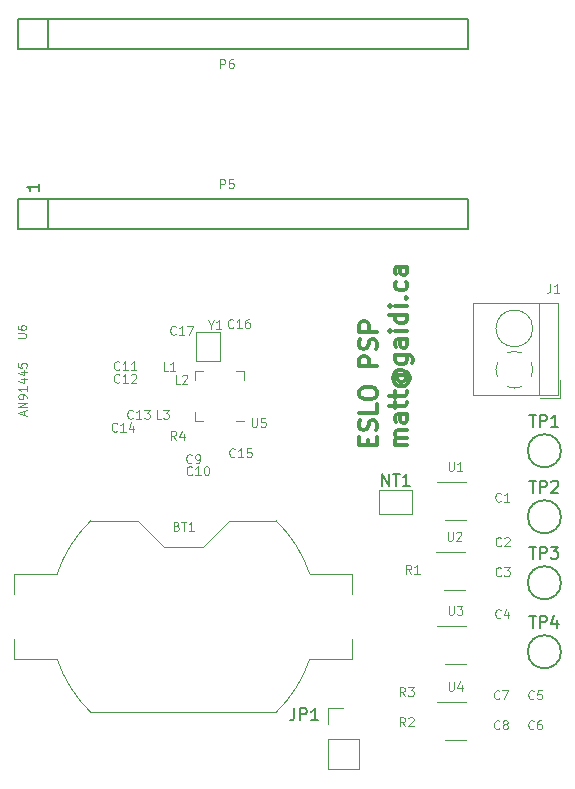
<source format=gbr>
G04 #@! TF.GenerationSoftware,KiCad,Pcbnew,(5.1.5-0-10_14)*
G04 #@! TF.CreationDate,2020-08-20T12:56:15-04:00*
G04 #@! TF.ProjectId,ESLO_PSP,45534c4f-5f50-4535-902e-6b696361645f,rev?*
G04 #@! TF.SameCoordinates,Original*
G04 #@! TF.FileFunction,Legend,Top*
G04 #@! TF.FilePolarity,Positive*
%FSLAX46Y46*%
G04 Gerber Fmt 4.6, Leading zero omitted, Abs format (unit mm)*
G04 Created by KiCad (PCBNEW (5.1.5-0-10_14)) date 2020-08-20 12:56:15*
%MOMM*%
%LPD*%
G04 APERTURE LIST*
%ADD10C,0.300000*%
%ADD11C,0.150000*%
%ADD12C,0.120000*%
%ADD13C,0.070000*%
%ADD14C,0.100000*%
G04 APERTURE END LIST*
D10*
X144566257Y-78035457D02*
X144566257Y-77535457D01*
X145351971Y-77321171D02*
X145351971Y-78035457D01*
X143851971Y-78035457D01*
X143851971Y-77321171D01*
X145280542Y-76749742D02*
X145351971Y-76535457D01*
X145351971Y-76178314D01*
X145280542Y-76035457D01*
X145209114Y-75964028D01*
X145066257Y-75892600D01*
X144923400Y-75892600D01*
X144780542Y-75964028D01*
X144709114Y-76035457D01*
X144637685Y-76178314D01*
X144566257Y-76464028D01*
X144494828Y-76606885D01*
X144423400Y-76678314D01*
X144280542Y-76749742D01*
X144137685Y-76749742D01*
X143994828Y-76678314D01*
X143923400Y-76606885D01*
X143851971Y-76464028D01*
X143851971Y-76106885D01*
X143923400Y-75892600D01*
X145351971Y-74535457D02*
X145351971Y-75249742D01*
X143851971Y-75249742D01*
X143851971Y-73749742D02*
X143851971Y-73464028D01*
X143923400Y-73321171D01*
X144066257Y-73178314D01*
X144351971Y-73106885D01*
X144851971Y-73106885D01*
X145137685Y-73178314D01*
X145280542Y-73321171D01*
X145351971Y-73464028D01*
X145351971Y-73749742D01*
X145280542Y-73892600D01*
X145137685Y-74035457D01*
X144851971Y-74106885D01*
X144351971Y-74106885D01*
X144066257Y-74035457D01*
X143923400Y-73892600D01*
X143851971Y-73749742D01*
X145351971Y-71321171D02*
X143851971Y-71321171D01*
X143851971Y-70749742D01*
X143923400Y-70606885D01*
X143994828Y-70535457D01*
X144137685Y-70464028D01*
X144351971Y-70464028D01*
X144494828Y-70535457D01*
X144566257Y-70606885D01*
X144637685Y-70749742D01*
X144637685Y-71321171D01*
X145280542Y-69892600D02*
X145351971Y-69678314D01*
X145351971Y-69321171D01*
X145280542Y-69178314D01*
X145209114Y-69106885D01*
X145066257Y-69035457D01*
X144923400Y-69035457D01*
X144780542Y-69106885D01*
X144709114Y-69178314D01*
X144637685Y-69321171D01*
X144566257Y-69606885D01*
X144494828Y-69749742D01*
X144423400Y-69821171D01*
X144280542Y-69892600D01*
X144137685Y-69892600D01*
X143994828Y-69821171D01*
X143923400Y-69749742D01*
X143851971Y-69606885D01*
X143851971Y-69249742D01*
X143923400Y-69035457D01*
X145351971Y-68392600D02*
X143851971Y-68392600D01*
X143851971Y-67821171D01*
X143923400Y-67678314D01*
X143994828Y-67606885D01*
X144137685Y-67535457D01*
X144351971Y-67535457D01*
X144494828Y-67606885D01*
X144566257Y-67678314D01*
X144637685Y-67821171D01*
X144637685Y-68392600D01*
X147901971Y-78035457D02*
X146901971Y-78035457D01*
X147044828Y-78035457D02*
X146973400Y-77964028D01*
X146901971Y-77821171D01*
X146901971Y-77606885D01*
X146973400Y-77464028D01*
X147116257Y-77392600D01*
X147901971Y-77392600D01*
X147116257Y-77392600D02*
X146973400Y-77321171D01*
X146901971Y-77178314D01*
X146901971Y-76964028D01*
X146973400Y-76821171D01*
X147116257Y-76749742D01*
X147901971Y-76749742D01*
X147901971Y-75392600D02*
X147116257Y-75392600D01*
X146973400Y-75464028D01*
X146901971Y-75606885D01*
X146901971Y-75892600D01*
X146973400Y-76035457D01*
X147830542Y-75392600D02*
X147901971Y-75535457D01*
X147901971Y-75892600D01*
X147830542Y-76035457D01*
X147687685Y-76106885D01*
X147544828Y-76106885D01*
X147401971Y-76035457D01*
X147330542Y-75892600D01*
X147330542Y-75535457D01*
X147259114Y-75392600D01*
X146901971Y-74892600D02*
X146901971Y-74321171D01*
X146401971Y-74678314D02*
X147687685Y-74678314D01*
X147830542Y-74606885D01*
X147901971Y-74464028D01*
X147901971Y-74321171D01*
X146901971Y-74035457D02*
X146901971Y-73464028D01*
X146401971Y-73821171D02*
X147687685Y-73821171D01*
X147830542Y-73749742D01*
X147901971Y-73606885D01*
X147901971Y-73464028D01*
X147187685Y-72035457D02*
X147116257Y-72106885D01*
X147044828Y-72249742D01*
X147044828Y-72392600D01*
X147116257Y-72535457D01*
X147187685Y-72606885D01*
X147330542Y-72678314D01*
X147473400Y-72678314D01*
X147616257Y-72606885D01*
X147687685Y-72535457D01*
X147759114Y-72392600D01*
X147759114Y-72249742D01*
X147687685Y-72106885D01*
X147616257Y-72035457D01*
X147044828Y-72035457D02*
X147616257Y-72035457D01*
X147687685Y-71964028D01*
X147687685Y-71892600D01*
X147616257Y-71749742D01*
X147473400Y-71678314D01*
X147116257Y-71678314D01*
X146901971Y-71821171D01*
X146759114Y-72035457D01*
X146687685Y-72321171D01*
X146759114Y-72606885D01*
X146901971Y-72821171D01*
X147116257Y-72964028D01*
X147401971Y-73035457D01*
X147687685Y-72964028D01*
X147901971Y-72821171D01*
X148044828Y-72606885D01*
X148116257Y-72321171D01*
X148044828Y-72035457D01*
X147901971Y-71821171D01*
X146901971Y-70392600D02*
X148116257Y-70392600D01*
X148259114Y-70464028D01*
X148330542Y-70535457D01*
X148401971Y-70678314D01*
X148401971Y-70892600D01*
X148330542Y-71035457D01*
X147830542Y-70392600D02*
X147901971Y-70535457D01*
X147901971Y-70821171D01*
X147830542Y-70964028D01*
X147759114Y-71035457D01*
X147616257Y-71106885D01*
X147187685Y-71106885D01*
X147044828Y-71035457D01*
X146973400Y-70964028D01*
X146901971Y-70821171D01*
X146901971Y-70535457D01*
X146973400Y-70392600D01*
X147901971Y-69035457D02*
X147116257Y-69035457D01*
X146973400Y-69106885D01*
X146901971Y-69249742D01*
X146901971Y-69535457D01*
X146973400Y-69678314D01*
X147830542Y-69035457D02*
X147901971Y-69178314D01*
X147901971Y-69535457D01*
X147830542Y-69678314D01*
X147687685Y-69749742D01*
X147544828Y-69749742D01*
X147401971Y-69678314D01*
X147330542Y-69535457D01*
X147330542Y-69178314D01*
X147259114Y-69035457D01*
X147901971Y-68321171D02*
X146901971Y-68321171D01*
X146401971Y-68321171D02*
X146473400Y-68392600D01*
X146544828Y-68321171D01*
X146473400Y-68249742D01*
X146401971Y-68321171D01*
X146544828Y-68321171D01*
X147901971Y-66964028D02*
X146401971Y-66964028D01*
X147830542Y-66964028D02*
X147901971Y-67106885D01*
X147901971Y-67392600D01*
X147830542Y-67535457D01*
X147759114Y-67606885D01*
X147616257Y-67678314D01*
X147187685Y-67678314D01*
X147044828Y-67606885D01*
X146973400Y-67535457D01*
X146901971Y-67392600D01*
X146901971Y-67106885D01*
X146973400Y-66964028D01*
X147901971Y-66249742D02*
X146901971Y-66249742D01*
X146401971Y-66249742D02*
X146473400Y-66321171D01*
X146544828Y-66249742D01*
X146473400Y-66178314D01*
X146401971Y-66249742D01*
X146544828Y-66249742D01*
X147759114Y-65535457D02*
X147830542Y-65464028D01*
X147901971Y-65535457D01*
X147830542Y-65606885D01*
X147759114Y-65535457D01*
X147901971Y-65535457D01*
X147830542Y-64178314D02*
X147901971Y-64321171D01*
X147901971Y-64606885D01*
X147830542Y-64749742D01*
X147759114Y-64821171D01*
X147616257Y-64892600D01*
X147187685Y-64892600D01*
X147044828Y-64821171D01*
X146973400Y-64749742D01*
X146901971Y-64606885D01*
X146901971Y-64321171D01*
X146973400Y-64178314D01*
X147901971Y-62892600D02*
X147116257Y-62892600D01*
X146973400Y-62964028D01*
X146901971Y-63106885D01*
X146901971Y-63392600D01*
X146973400Y-63535457D01*
X147830542Y-62892600D02*
X147901971Y-63035457D01*
X147901971Y-63392600D01*
X147830542Y-63535457D01*
X147687685Y-63606885D01*
X147544828Y-63606885D01*
X147401971Y-63535457D01*
X147330542Y-63392600D01*
X147330542Y-63035457D01*
X147259114Y-62892600D01*
D11*
X116699380Y-55882285D02*
X116699380Y-56453714D01*
X116699380Y-56168000D02*
X115699380Y-56168000D01*
X115842238Y-56263238D01*
X115937476Y-56358476D01*
X115985095Y-56453714D01*
X160912000Y-95504000D02*
G75*
G03X160912000Y-95504000I-1400000J0D01*
G01*
X160912000Y-89662000D02*
G75*
G03X160912000Y-89662000I-1400000J0D01*
G01*
X160912000Y-84074000D02*
G75*
G03X160912000Y-84074000I-1400000J0D01*
G01*
X160912000Y-78486000D02*
G75*
G03X160912000Y-78486000I-1400000J0D01*
G01*
D12*
X141164000Y-100270000D02*
X142494000Y-100270000D01*
X141164000Y-101600000D02*
X141164000Y-100270000D01*
X141164000Y-102870000D02*
X143824000Y-102870000D01*
X143824000Y-102870000D02*
X143824000Y-105470000D01*
X141164000Y-102870000D02*
X141164000Y-105470000D01*
X141164000Y-105470000D02*
X143824000Y-105470000D01*
X145524000Y-81804000D02*
X148324000Y-81804000D01*
X148324000Y-81804000D02*
X148324000Y-83804000D01*
X148324000Y-83804000D02*
X145524000Y-83804000D01*
X145524000Y-83804000D02*
X145524000Y-81804000D01*
X132042500Y-70844500D02*
X132042500Y-70844500D01*
X129992500Y-70844500D02*
X132042500Y-70844500D01*
X129992500Y-68394500D02*
X129992500Y-70844500D01*
X132042500Y-68394500D02*
X129992500Y-68394500D01*
X132042500Y-70844500D02*
X132042500Y-68394500D01*
X133401500Y-75960500D02*
X134126500Y-75960500D01*
X129906500Y-71740500D02*
X129906500Y-72465500D01*
X130631500Y-71740500D02*
X129906500Y-71740500D01*
X134126500Y-71740500D02*
X134126500Y-72465500D01*
X133401500Y-71740500D02*
X134126500Y-71740500D01*
X129906500Y-75960500D02*
X129906500Y-75235500D01*
X130631500Y-75960500D02*
X129906500Y-75960500D01*
X152876000Y-93320000D02*
X150426000Y-93320000D01*
X151076000Y-96540000D02*
X152876000Y-96540000D01*
X152876000Y-81128000D02*
X150426000Y-81128000D01*
X151076000Y-84348000D02*
X152876000Y-84348000D01*
X152876000Y-99736000D02*
X150426000Y-99736000D01*
X151076000Y-102956000D02*
X152876000Y-102956000D01*
X152792000Y-87036000D02*
X150342000Y-87036000D01*
X150992000Y-90256000D02*
X152792000Y-90256000D01*
X160872000Y-74028000D02*
X160872000Y-72528000D01*
X159132000Y-74028000D02*
X160872000Y-74028000D01*
X153512000Y-65968000D02*
X160632000Y-65968000D01*
X153512000Y-73788000D02*
X160632000Y-73788000D01*
X160632000Y-73788000D02*
X160632000Y-65968000D01*
X153512000Y-73788000D02*
X153512000Y-65968000D01*
X159072000Y-73788000D02*
X159072000Y-65968000D01*
X158527000Y-68128000D02*
G75*
G03X158527000Y-68128000I-1555000J0D01*
G01*
X158527492Y-71600989D02*
G75*
G02X158404000Y-72236000I-1555492J-27011D01*
G01*
X157579742Y-73060109D02*
G75*
G02X156364000Y-73060000I-607742J1432109D01*
G01*
X155539891Y-72235742D02*
G75*
G02X155540000Y-71020000I1432109J607742D01*
G01*
X156364258Y-70195891D02*
G75*
G02X157580000Y-70196000I607742J-1432109D01*
G01*
X158403385Y-71020413D02*
G75*
G02X158527000Y-71628000I-1431385J-607587D01*
G01*
X143267000Y-96129500D02*
X139649000Y-96129500D01*
X143267000Y-94419500D02*
X143267000Y-96129500D01*
X136804300Y-100629500D02*
X121109700Y-100629500D01*
X114647000Y-94419500D02*
X114647000Y-96129500D01*
X118265000Y-96129500D02*
X114647000Y-96129500D01*
X114647000Y-88909500D02*
X118265000Y-88909500D01*
X114647000Y-90619500D02*
X114647000Y-88909500D01*
X121109700Y-84409500D02*
X125097000Y-84409500D01*
X127297000Y-86609500D02*
X125097000Y-84409500D01*
X127297000Y-86609500D02*
X130617000Y-86609500D01*
X130617000Y-86609500D02*
X132817000Y-84409500D01*
X132817000Y-84409500D02*
X136804300Y-84409500D01*
X139649000Y-88909500D02*
X143267000Y-88909500D01*
X143267000Y-90619500D02*
X143267000Y-88909500D01*
X136802370Y-100631289D02*
G75*
G03X139649000Y-96129500I-7845370J8111789D01*
G01*
X121111630Y-84407711D02*
G75*
G03X118265000Y-88909500I7845370J-8111789D01*
G01*
X121111630Y-100631289D02*
G75*
G02X118265000Y-96129500I7845370J8111789D01*
G01*
X136802370Y-84407711D02*
G75*
G02X139649000Y-88909500I-7845370J-8111789D01*
G01*
D11*
X117517000Y-57184000D02*
X114977000Y-57184000D01*
X114977000Y-57184000D02*
X114977000Y-59724000D01*
X114977000Y-59724000D02*
X117517000Y-59724000D01*
X117517000Y-57184000D02*
X153077000Y-57184000D01*
X153077000Y-57184000D02*
X153077000Y-59724000D01*
X153077000Y-59724000D02*
X117517000Y-59724000D01*
X117517000Y-59724000D02*
X117517000Y-57184000D01*
X117517000Y-41944000D02*
X114977000Y-41944000D01*
X114977000Y-41944000D02*
X114977000Y-44484000D01*
X114977000Y-44484000D02*
X117517000Y-44484000D01*
X117517000Y-41944000D02*
X153077000Y-41944000D01*
X153077000Y-41944000D02*
X153077000Y-44484000D01*
X153077000Y-44484000D02*
X117517000Y-44484000D01*
X117517000Y-44484000D02*
X117517000Y-41944000D01*
X158250095Y-92456380D02*
X158821523Y-92456380D01*
X158535809Y-93456380D02*
X158535809Y-92456380D01*
X159154857Y-93456380D02*
X159154857Y-92456380D01*
X159535809Y-92456380D01*
X159631047Y-92504000D01*
X159678666Y-92551619D01*
X159726285Y-92646857D01*
X159726285Y-92789714D01*
X159678666Y-92884952D01*
X159631047Y-92932571D01*
X159535809Y-92980190D01*
X159154857Y-92980190D01*
X160583428Y-92789714D02*
X160583428Y-93456380D01*
X160345333Y-92408761D02*
X160107238Y-93123047D01*
X160726285Y-93123047D01*
X158250095Y-86614380D02*
X158821523Y-86614380D01*
X158535809Y-87614380D02*
X158535809Y-86614380D01*
X159154857Y-87614380D02*
X159154857Y-86614380D01*
X159535809Y-86614380D01*
X159631047Y-86662000D01*
X159678666Y-86709619D01*
X159726285Y-86804857D01*
X159726285Y-86947714D01*
X159678666Y-87042952D01*
X159631047Y-87090571D01*
X159535809Y-87138190D01*
X159154857Y-87138190D01*
X160059619Y-86614380D02*
X160678666Y-86614380D01*
X160345333Y-86995333D01*
X160488190Y-86995333D01*
X160583428Y-87042952D01*
X160631047Y-87090571D01*
X160678666Y-87185809D01*
X160678666Y-87423904D01*
X160631047Y-87519142D01*
X160583428Y-87566761D01*
X160488190Y-87614380D01*
X160202476Y-87614380D01*
X160107238Y-87566761D01*
X160059619Y-87519142D01*
X158250095Y-81026380D02*
X158821523Y-81026380D01*
X158535809Y-82026380D02*
X158535809Y-81026380D01*
X159154857Y-82026380D02*
X159154857Y-81026380D01*
X159535809Y-81026380D01*
X159631047Y-81074000D01*
X159678666Y-81121619D01*
X159726285Y-81216857D01*
X159726285Y-81359714D01*
X159678666Y-81454952D01*
X159631047Y-81502571D01*
X159535809Y-81550190D01*
X159154857Y-81550190D01*
X160107238Y-81121619D02*
X160154857Y-81074000D01*
X160250095Y-81026380D01*
X160488190Y-81026380D01*
X160583428Y-81074000D01*
X160631047Y-81121619D01*
X160678666Y-81216857D01*
X160678666Y-81312095D01*
X160631047Y-81454952D01*
X160059619Y-82026380D01*
X160678666Y-82026380D01*
X158250095Y-75438380D02*
X158821523Y-75438380D01*
X158535809Y-76438380D02*
X158535809Y-75438380D01*
X159154857Y-76438380D02*
X159154857Y-75438380D01*
X159535809Y-75438380D01*
X159631047Y-75486000D01*
X159678666Y-75533619D01*
X159726285Y-75628857D01*
X159726285Y-75771714D01*
X159678666Y-75866952D01*
X159631047Y-75914571D01*
X159535809Y-75962190D01*
X159154857Y-75962190D01*
X160678666Y-76438380D02*
X160107238Y-76438380D01*
X160392952Y-76438380D02*
X160392952Y-75438380D01*
X160297714Y-75581238D01*
X160202476Y-75676476D01*
X160107238Y-75724095D01*
X138358666Y-100290380D02*
X138358666Y-101004666D01*
X138311047Y-101147523D01*
X138215809Y-101242761D01*
X138072952Y-101290380D01*
X137977714Y-101290380D01*
X138834857Y-101290380D02*
X138834857Y-100290380D01*
X139215809Y-100290380D01*
X139311047Y-100338000D01*
X139358666Y-100385619D01*
X139406285Y-100480857D01*
X139406285Y-100623714D01*
X139358666Y-100718952D01*
X139311047Y-100766571D01*
X139215809Y-100814190D01*
X138834857Y-100814190D01*
X140358666Y-101290380D02*
X139787238Y-101290380D01*
X140072952Y-101290380D02*
X140072952Y-100290380D01*
X139977714Y-100433238D01*
X139882476Y-100528476D01*
X139787238Y-100576095D01*
D13*
X114922666Y-68949933D02*
X115489333Y-68949933D01*
X115556000Y-68916600D01*
X115589333Y-68883266D01*
X115622666Y-68816600D01*
X115622666Y-68683266D01*
X115589333Y-68616600D01*
X115556000Y-68583266D01*
X115489333Y-68549933D01*
X114922666Y-68549933D01*
X114922666Y-67916600D02*
X114922666Y-68049933D01*
X114956000Y-68116600D01*
X114989333Y-68149933D01*
X115089333Y-68216600D01*
X115222666Y-68249933D01*
X115489333Y-68249933D01*
X115556000Y-68216600D01*
X115589333Y-68183266D01*
X115622666Y-68116600D01*
X115622666Y-67983266D01*
X115589333Y-67916600D01*
X115556000Y-67883266D01*
X115489333Y-67849933D01*
X115322666Y-67849933D01*
X115256000Y-67883266D01*
X115222666Y-67916600D01*
X115189333Y-67983266D01*
X115189333Y-68116600D01*
X115222666Y-68183266D01*
X115256000Y-68216600D01*
X115322666Y-68249933D01*
X115472666Y-75441600D02*
X115472666Y-75108266D01*
X115672666Y-75508266D02*
X114972666Y-75274933D01*
X115672666Y-75041600D01*
X115672666Y-74808266D02*
X114972666Y-74808266D01*
X115672666Y-74408266D01*
X114972666Y-74408266D01*
X115672666Y-74041600D02*
X115672666Y-73908266D01*
X115639333Y-73841600D01*
X115606000Y-73808266D01*
X115506000Y-73741600D01*
X115372666Y-73708266D01*
X115106000Y-73708266D01*
X115039333Y-73741600D01*
X115006000Y-73774933D01*
X114972666Y-73841600D01*
X114972666Y-73974933D01*
X115006000Y-74041600D01*
X115039333Y-74074933D01*
X115106000Y-74108266D01*
X115272666Y-74108266D01*
X115339333Y-74074933D01*
X115372666Y-74041600D01*
X115406000Y-73974933D01*
X115406000Y-73841600D01*
X115372666Y-73774933D01*
X115339333Y-73741600D01*
X115272666Y-73708266D01*
X115672666Y-73041600D02*
X115672666Y-73441600D01*
X115672666Y-73241600D02*
X114972666Y-73241600D01*
X115072666Y-73308266D01*
X115139333Y-73374933D01*
X115172666Y-73441600D01*
X115206000Y-72441600D02*
X115672666Y-72441600D01*
X114939333Y-72608266D02*
X115439333Y-72774933D01*
X115439333Y-72341600D01*
X115206000Y-71774933D02*
X115672666Y-71774933D01*
X114939333Y-71941600D02*
X115439333Y-72108266D01*
X115439333Y-71674933D01*
X114972666Y-71074933D02*
X114972666Y-71408266D01*
X115306000Y-71441600D01*
X115272666Y-71408266D01*
X115239333Y-71341600D01*
X115239333Y-71174933D01*
X115272666Y-71108266D01*
X115306000Y-71074933D01*
X115372666Y-71041600D01*
X115539333Y-71041600D01*
X115606000Y-71074933D01*
X115639333Y-71108266D01*
X115672666Y-71174933D01*
X115672666Y-71341600D01*
X115639333Y-71408266D01*
X115606000Y-71441600D01*
D11*
X145781142Y-81456380D02*
X145781142Y-80456380D01*
X146352571Y-81456380D01*
X146352571Y-80456380D01*
X146685904Y-80456380D02*
X147257333Y-80456380D01*
X146971619Y-81456380D02*
X146971619Y-80456380D01*
X148114476Y-81456380D02*
X147543047Y-81456380D01*
X147828761Y-81456380D02*
X147828761Y-80456380D01*
X147733523Y-80599238D01*
X147638285Y-80694476D01*
X147543047Y-80742095D01*
D14*
X155704000Y-99454857D02*
X155668285Y-99490571D01*
X155561142Y-99526285D01*
X155489714Y-99526285D01*
X155382571Y-99490571D01*
X155311142Y-99419142D01*
X155275428Y-99347714D01*
X155239714Y-99204857D01*
X155239714Y-99097714D01*
X155275428Y-98954857D01*
X155311142Y-98883428D01*
X155382571Y-98812000D01*
X155489714Y-98776285D01*
X155561142Y-98776285D01*
X155668285Y-98812000D01*
X155704000Y-98847714D01*
X155954000Y-98776285D02*
X156454000Y-98776285D01*
X156132571Y-99526285D01*
X131278357Y-67800142D02*
X131278357Y-68157285D01*
X131028357Y-67407285D02*
X131278357Y-67800142D01*
X131528357Y-67407285D01*
X132171214Y-68157285D02*
X131742642Y-68157285D01*
X131956928Y-68157285D02*
X131956928Y-67407285D01*
X131885500Y-67514428D01*
X131814071Y-67585857D01*
X131742642Y-67621571D01*
X134747071Y-75725785D02*
X134747071Y-76332928D01*
X134782785Y-76404357D01*
X134818500Y-76440071D01*
X134889928Y-76475785D01*
X135032785Y-76475785D01*
X135104214Y-76440071D01*
X135139928Y-76404357D01*
X135175642Y-76332928D01*
X135175642Y-75725785D01*
X135889928Y-75725785D02*
X135532785Y-75725785D01*
X135497071Y-76082928D01*
X135532785Y-76047214D01*
X135604214Y-76011500D01*
X135782785Y-76011500D01*
X135854214Y-76047214D01*
X135889928Y-76082928D01*
X135925642Y-76154357D01*
X135925642Y-76332928D01*
X135889928Y-76404357D01*
X135854214Y-76440071D01*
X135782785Y-76475785D01*
X135604214Y-76475785D01*
X135532785Y-76440071D01*
X135497071Y-76404357D01*
X151404571Y-91619285D02*
X151404571Y-92226428D01*
X151440285Y-92297857D01*
X151476000Y-92333571D01*
X151547428Y-92369285D01*
X151690285Y-92369285D01*
X151761714Y-92333571D01*
X151797428Y-92297857D01*
X151833142Y-92226428D01*
X151833142Y-91619285D01*
X152118857Y-91619285D02*
X152583142Y-91619285D01*
X152333142Y-91905000D01*
X152440285Y-91905000D01*
X152511714Y-91940714D01*
X152547428Y-91976428D01*
X152583142Y-92047857D01*
X152583142Y-92226428D01*
X152547428Y-92297857D01*
X152511714Y-92333571D01*
X152440285Y-92369285D01*
X152226000Y-92369285D01*
X152154571Y-92333571D01*
X152118857Y-92297857D01*
X151404571Y-79427285D02*
X151404571Y-80034428D01*
X151440285Y-80105857D01*
X151476000Y-80141571D01*
X151547428Y-80177285D01*
X151690285Y-80177285D01*
X151761714Y-80141571D01*
X151797428Y-80105857D01*
X151833142Y-80034428D01*
X151833142Y-79427285D01*
X152583142Y-80177285D02*
X152154571Y-80177285D01*
X152368857Y-80177285D02*
X152368857Y-79427285D01*
X152297428Y-79534428D01*
X152226000Y-79605857D01*
X152154571Y-79641571D01*
X128335500Y-77555285D02*
X128085500Y-77198142D01*
X127906928Y-77555285D02*
X127906928Y-76805285D01*
X128192642Y-76805285D01*
X128264071Y-76841000D01*
X128299785Y-76876714D01*
X128335500Y-76948142D01*
X128335500Y-77055285D01*
X128299785Y-77126714D01*
X128264071Y-77162428D01*
X128192642Y-77198142D01*
X127906928Y-77198142D01*
X128978357Y-77055285D02*
X128978357Y-77555285D01*
X128799785Y-76769571D02*
X128621214Y-77305285D01*
X129085500Y-77305285D01*
X127065500Y-75777285D02*
X126708357Y-75777285D01*
X126708357Y-75027285D01*
X127244071Y-75027285D02*
X127708357Y-75027285D01*
X127458357Y-75313000D01*
X127565500Y-75313000D01*
X127636928Y-75348714D01*
X127672642Y-75384428D01*
X127708357Y-75455857D01*
X127708357Y-75634428D01*
X127672642Y-75705857D01*
X127636928Y-75741571D01*
X127565500Y-75777285D01*
X127351214Y-75777285D01*
X127279785Y-75741571D01*
X127244071Y-75705857D01*
X128653000Y-72792785D02*
X128295857Y-72792785D01*
X128295857Y-72042785D01*
X128867285Y-72114214D02*
X128903000Y-72078500D01*
X128974428Y-72042785D01*
X129153000Y-72042785D01*
X129224428Y-72078500D01*
X129260142Y-72114214D01*
X129295857Y-72185642D01*
X129295857Y-72257071D01*
X129260142Y-72364214D01*
X128831571Y-72792785D01*
X129295857Y-72792785D01*
X127637000Y-71713285D02*
X127279857Y-71713285D01*
X127279857Y-70963285D01*
X128279857Y-71713285D02*
X127851285Y-71713285D01*
X128065571Y-71713285D02*
X128065571Y-70963285D01*
X127994142Y-71070428D01*
X127922714Y-71141857D01*
X127851285Y-71177571D01*
X128295857Y-68593857D02*
X128260142Y-68629571D01*
X128153000Y-68665285D01*
X128081571Y-68665285D01*
X127974428Y-68629571D01*
X127903000Y-68558142D01*
X127867285Y-68486714D01*
X127831571Y-68343857D01*
X127831571Y-68236714D01*
X127867285Y-68093857D01*
X127903000Y-68022428D01*
X127974428Y-67951000D01*
X128081571Y-67915285D01*
X128153000Y-67915285D01*
X128260142Y-67951000D01*
X128295857Y-67986714D01*
X129010142Y-68665285D02*
X128581571Y-68665285D01*
X128795857Y-68665285D02*
X128795857Y-67915285D01*
X128724428Y-68022428D01*
X128653000Y-68093857D01*
X128581571Y-68129571D01*
X129260142Y-67915285D02*
X129760142Y-67915285D01*
X129438714Y-68665285D01*
X133172657Y-68014457D02*
X133136942Y-68050171D01*
X133029800Y-68085885D01*
X132958371Y-68085885D01*
X132851228Y-68050171D01*
X132779800Y-67978742D01*
X132744085Y-67907314D01*
X132708371Y-67764457D01*
X132708371Y-67657314D01*
X132744085Y-67514457D01*
X132779800Y-67443028D01*
X132851228Y-67371600D01*
X132958371Y-67335885D01*
X133029800Y-67335885D01*
X133136942Y-67371600D01*
X133172657Y-67407314D01*
X133886942Y-68085885D02*
X133458371Y-68085885D01*
X133672657Y-68085885D02*
X133672657Y-67335885D01*
X133601228Y-67443028D01*
X133529800Y-67514457D01*
X133458371Y-67550171D01*
X134529800Y-67335885D02*
X134386942Y-67335885D01*
X134315514Y-67371600D01*
X134279800Y-67407314D01*
X134208371Y-67514457D01*
X134172657Y-67657314D01*
X134172657Y-67943028D01*
X134208371Y-68014457D01*
X134244085Y-68050171D01*
X134315514Y-68085885D01*
X134458371Y-68085885D01*
X134529800Y-68050171D01*
X134565514Y-68014457D01*
X134601228Y-67943028D01*
X134601228Y-67764457D01*
X134565514Y-67693028D01*
X134529800Y-67657314D01*
X134458371Y-67621600D01*
X134315514Y-67621600D01*
X134244085Y-67657314D01*
X134208371Y-67693028D01*
X134172657Y-67764457D01*
X133299657Y-78957057D02*
X133263942Y-78992771D01*
X133156800Y-79028485D01*
X133085371Y-79028485D01*
X132978228Y-78992771D01*
X132906800Y-78921342D01*
X132871085Y-78849914D01*
X132835371Y-78707057D01*
X132835371Y-78599914D01*
X132871085Y-78457057D01*
X132906800Y-78385628D01*
X132978228Y-78314200D01*
X133085371Y-78278485D01*
X133156800Y-78278485D01*
X133263942Y-78314200D01*
X133299657Y-78349914D01*
X134013942Y-79028485D02*
X133585371Y-79028485D01*
X133799657Y-79028485D02*
X133799657Y-78278485D01*
X133728228Y-78385628D01*
X133656800Y-78457057D01*
X133585371Y-78492771D01*
X134692514Y-78278485D02*
X134335371Y-78278485D01*
X134299657Y-78635628D01*
X134335371Y-78599914D01*
X134406800Y-78564200D01*
X134585371Y-78564200D01*
X134656800Y-78599914D01*
X134692514Y-78635628D01*
X134728228Y-78707057D01*
X134728228Y-78885628D01*
X134692514Y-78957057D01*
X134656800Y-78992771D01*
X134585371Y-79028485D01*
X134406800Y-79028485D01*
X134335371Y-78992771D01*
X134299657Y-78957057D01*
X123342857Y-76785357D02*
X123307142Y-76821071D01*
X123200000Y-76856785D01*
X123128571Y-76856785D01*
X123021428Y-76821071D01*
X122950000Y-76749642D01*
X122914285Y-76678214D01*
X122878571Y-76535357D01*
X122878571Y-76428214D01*
X122914285Y-76285357D01*
X122950000Y-76213928D01*
X123021428Y-76142500D01*
X123128571Y-76106785D01*
X123200000Y-76106785D01*
X123307142Y-76142500D01*
X123342857Y-76178214D01*
X124057142Y-76856785D02*
X123628571Y-76856785D01*
X123842857Y-76856785D02*
X123842857Y-76106785D01*
X123771428Y-76213928D01*
X123700000Y-76285357D01*
X123628571Y-76321071D01*
X124700000Y-76356785D02*
X124700000Y-76856785D01*
X124521428Y-76071071D02*
X124342857Y-76606785D01*
X124807142Y-76606785D01*
X124676357Y-75705857D02*
X124640642Y-75741571D01*
X124533500Y-75777285D01*
X124462071Y-75777285D01*
X124354928Y-75741571D01*
X124283500Y-75670142D01*
X124247785Y-75598714D01*
X124212071Y-75455857D01*
X124212071Y-75348714D01*
X124247785Y-75205857D01*
X124283500Y-75134428D01*
X124354928Y-75063000D01*
X124462071Y-75027285D01*
X124533500Y-75027285D01*
X124640642Y-75063000D01*
X124676357Y-75098714D01*
X125390642Y-75777285D02*
X124962071Y-75777285D01*
X125176357Y-75777285D02*
X125176357Y-75027285D01*
X125104928Y-75134428D01*
X125033500Y-75205857D01*
X124962071Y-75241571D01*
X125640642Y-75027285D02*
X126104928Y-75027285D01*
X125854928Y-75313000D01*
X125962071Y-75313000D01*
X126033500Y-75348714D01*
X126069214Y-75384428D01*
X126104928Y-75455857D01*
X126104928Y-75634428D01*
X126069214Y-75705857D01*
X126033500Y-75741571D01*
X125962071Y-75777285D01*
X125747785Y-75777285D01*
X125676357Y-75741571D01*
X125640642Y-75705857D01*
X123533357Y-72657857D02*
X123497642Y-72693571D01*
X123390500Y-72729285D01*
X123319071Y-72729285D01*
X123211928Y-72693571D01*
X123140500Y-72622142D01*
X123104785Y-72550714D01*
X123069071Y-72407857D01*
X123069071Y-72300714D01*
X123104785Y-72157857D01*
X123140500Y-72086428D01*
X123211928Y-72015000D01*
X123319071Y-71979285D01*
X123390500Y-71979285D01*
X123497642Y-72015000D01*
X123533357Y-72050714D01*
X124247642Y-72729285D02*
X123819071Y-72729285D01*
X124033357Y-72729285D02*
X124033357Y-71979285D01*
X123961928Y-72086428D01*
X123890500Y-72157857D01*
X123819071Y-72193571D01*
X124533357Y-72050714D02*
X124569071Y-72015000D01*
X124640500Y-71979285D01*
X124819071Y-71979285D01*
X124890500Y-72015000D01*
X124926214Y-72050714D01*
X124961928Y-72122142D01*
X124961928Y-72193571D01*
X124926214Y-72300714D01*
X124497642Y-72729285D01*
X124961928Y-72729285D01*
X123533357Y-71578357D02*
X123497642Y-71614071D01*
X123390500Y-71649785D01*
X123319071Y-71649785D01*
X123211928Y-71614071D01*
X123140500Y-71542642D01*
X123104785Y-71471214D01*
X123069071Y-71328357D01*
X123069071Y-71221214D01*
X123104785Y-71078357D01*
X123140500Y-71006928D01*
X123211928Y-70935500D01*
X123319071Y-70899785D01*
X123390500Y-70899785D01*
X123497642Y-70935500D01*
X123533357Y-70971214D01*
X124247642Y-71649785D02*
X123819071Y-71649785D01*
X124033357Y-71649785D02*
X124033357Y-70899785D01*
X123961928Y-71006928D01*
X123890500Y-71078357D01*
X123819071Y-71114071D01*
X124961928Y-71649785D02*
X124533357Y-71649785D01*
X124747642Y-71649785D02*
X124747642Y-70899785D01*
X124676214Y-71006928D01*
X124604785Y-71078357D01*
X124533357Y-71114071D01*
X129692857Y-80468357D02*
X129657142Y-80504071D01*
X129550000Y-80539785D01*
X129478571Y-80539785D01*
X129371428Y-80504071D01*
X129300000Y-80432642D01*
X129264285Y-80361214D01*
X129228571Y-80218357D01*
X129228571Y-80111214D01*
X129264285Y-79968357D01*
X129300000Y-79896928D01*
X129371428Y-79825500D01*
X129478571Y-79789785D01*
X129550000Y-79789785D01*
X129657142Y-79825500D01*
X129692857Y-79861214D01*
X130407142Y-80539785D02*
X129978571Y-80539785D01*
X130192857Y-80539785D02*
X130192857Y-79789785D01*
X130121428Y-79896928D01*
X130050000Y-79968357D01*
X129978571Y-80004071D01*
X130871428Y-79789785D02*
X130942857Y-79789785D01*
X131014285Y-79825500D01*
X131050000Y-79861214D01*
X131085714Y-79932642D01*
X131121428Y-80075500D01*
X131121428Y-80254071D01*
X131085714Y-80396928D01*
X131050000Y-80468357D01*
X131014285Y-80504071D01*
X130942857Y-80539785D01*
X130871428Y-80539785D01*
X130800000Y-80504071D01*
X130764285Y-80468357D01*
X130728571Y-80396928D01*
X130692857Y-80254071D01*
X130692857Y-80075500D01*
X130728571Y-79932642D01*
X130764285Y-79861214D01*
X130800000Y-79825500D01*
X130871428Y-79789785D01*
X129669000Y-79452357D02*
X129633285Y-79488071D01*
X129526142Y-79523785D01*
X129454714Y-79523785D01*
X129347571Y-79488071D01*
X129276142Y-79416642D01*
X129240428Y-79345214D01*
X129204714Y-79202357D01*
X129204714Y-79095214D01*
X129240428Y-78952357D01*
X129276142Y-78880928D01*
X129347571Y-78809500D01*
X129454714Y-78773785D01*
X129526142Y-78773785D01*
X129633285Y-78809500D01*
X129669000Y-78845214D01*
X130026142Y-79523785D02*
X130169000Y-79523785D01*
X130240428Y-79488071D01*
X130276142Y-79452357D01*
X130347571Y-79345214D01*
X130383285Y-79202357D01*
X130383285Y-78916642D01*
X130347571Y-78845214D01*
X130311857Y-78809500D01*
X130240428Y-78773785D01*
X130097571Y-78773785D01*
X130026142Y-78809500D01*
X129990428Y-78845214D01*
X129954714Y-78916642D01*
X129954714Y-79095214D01*
X129990428Y-79166642D01*
X130026142Y-79202357D01*
X130097571Y-79238071D01*
X130240428Y-79238071D01*
X130311857Y-79202357D01*
X130347571Y-79166642D01*
X130383285Y-79095214D01*
X151404571Y-98035285D02*
X151404571Y-98642428D01*
X151440285Y-98713857D01*
X151476000Y-98749571D01*
X151547428Y-98785285D01*
X151690285Y-98785285D01*
X151761714Y-98749571D01*
X151797428Y-98713857D01*
X151833142Y-98642428D01*
X151833142Y-98035285D01*
X152511714Y-98285285D02*
X152511714Y-98785285D01*
X152333142Y-97999571D02*
X152154571Y-98535285D01*
X152618857Y-98535285D01*
X151320571Y-85335285D02*
X151320571Y-85942428D01*
X151356285Y-86013857D01*
X151392000Y-86049571D01*
X151463428Y-86085285D01*
X151606285Y-86085285D01*
X151677714Y-86049571D01*
X151713428Y-86013857D01*
X151749142Y-85942428D01*
X151749142Y-85335285D01*
X152070571Y-85406714D02*
X152106285Y-85371000D01*
X152177714Y-85335285D01*
X152356285Y-85335285D01*
X152427714Y-85371000D01*
X152463428Y-85406714D01*
X152499142Y-85478142D01*
X152499142Y-85549571D01*
X152463428Y-85656714D01*
X152034857Y-86085285D01*
X152499142Y-86085285D01*
X147726000Y-99245285D02*
X147476000Y-98888142D01*
X147297428Y-99245285D02*
X147297428Y-98495285D01*
X147583142Y-98495285D01*
X147654571Y-98531000D01*
X147690285Y-98566714D01*
X147726000Y-98638142D01*
X147726000Y-98745285D01*
X147690285Y-98816714D01*
X147654571Y-98852428D01*
X147583142Y-98888142D01*
X147297428Y-98888142D01*
X147976000Y-98495285D02*
X148440285Y-98495285D01*
X148190285Y-98781000D01*
X148297428Y-98781000D01*
X148368857Y-98816714D01*
X148404571Y-98852428D01*
X148440285Y-98923857D01*
X148440285Y-99102428D01*
X148404571Y-99173857D01*
X148368857Y-99209571D01*
X148297428Y-99245285D01*
X148083142Y-99245285D01*
X148011714Y-99209571D01*
X147976000Y-99173857D01*
X147726000Y-101812285D02*
X147476000Y-101455142D01*
X147297428Y-101812285D02*
X147297428Y-101062285D01*
X147583142Y-101062285D01*
X147654571Y-101098000D01*
X147690285Y-101133714D01*
X147726000Y-101205142D01*
X147726000Y-101312285D01*
X147690285Y-101383714D01*
X147654571Y-101419428D01*
X147583142Y-101455142D01*
X147297428Y-101455142D01*
X148011714Y-101133714D02*
X148047428Y-101098000D01*
X148118857Y-101062285D01*
X148297428Y-101062285D01*
X148368857Y-101098000D01*
X148404571Y-101133714D01*
X148440285Y-101205142D01*
X148440285Y-101276571D01*
X148404571Y-101383714D01*
X147976000Y-101812285D01*
X148440285Y-101812285D01*
X148234000Y-88885285D02*
X147984000Y-88528142D01*
X147805428Y-88885285D02*
X147805428Y-88135285D01*
X148091142Y-88135285D01*
X148162571Y-88171000D01*
X148198285Y-88206714D01*
X148234000Y-88278142D01*
X148234000Y-88385285D01*
X148198285Y-88456714D01*
X148162571Y-88492428D01*
X148091142Y-88528142D01*
X147805428Y-88528142D01*
X148948285Y-88885285D02*
X148519714Y-88885285D01*
X148734000Y-88885285D02*
X148734000Y-88135285D01*
X148662571Y-88242428D01*
X148591142Y-88313857D01*
X148519714Y-88349571D01*
X160024000Y-64359285D02*
X160024000Y-64895000D01*
X159988285Y-65002142D01*
X159916857Y-65073571D01*
X159809714Y-65109285D01*
X159738285Y-65109285D01*
X160774000Y-65109285D02*
X160345428Y-65109285D01*
X160559714Y-65109285D02*
X160559714Y-64359285D01*
X160488285Y-64466428D01*
X160416857Y-64537857D01*
X160345428Y-64573571D01*
X155704000Y-101994857D02*
X155668285Y-102030571D01*
X155561142Y-102066285D01*
X155489714Y-102066285D01*
X155382571Y-102030571D01*
X155311142Y-101959142D01*
X155275428Y-101887714D01*
X155239714Y-101744857D01*
X155239714Y-101637714D01*
X155275428Y-101494857D01*
X155311142Y-101423428D01*
X155382571Y-101352000D01*
X155489714Y-101316285D01*
X155561142Y-101316285D01*
X155668285Y-101352000D01*
X155704000Y-101387714D01*
X156132571Y-101637714D02*
X156061142Y-101602000D01*
X156025428Y-101566285D01*
X155989714Y-101494857D01*
X155989714Y-101459142D01*
X156025428Y-101387714D01*
X156061142Y-101352000D01*
X156132571Y-101316285D01*
X156275428Y-101316285D01*
X156346857Y-101352000D01*
X156382571Y-101387714D01*
X156418285Y-101459142D01*
X156418285Y-101494857D01*
X156382571Y-101566285D01*
X156346857Y-101602000D01*
X156275428Y-101637714D01*
X156132571Y-101637714D01*
X156061142Y-101673428D01*
X156025428Y-101709142D01*
X155989714Y-101780571D01*
X155989714Y-101923428D01*
X156025428Y-101994857D01*
X156061142Y-102030571D01*
X156132571Y-102066285D01*
X156275428Y-102066285D01*
X156346857Y-102030571D01*
X156382571Y-101994857D01*
X156418285Y-101923428D01*
X156418285Y-101780571D01*
X156382571Y-101709142D01*
X156346857Y-101673428D01*
X156275428Y-101637714D01*
X158602000Y-101994857D02*
X158566285Y-102030571D01*
X158459142Y-102066285D01*
X158387714Y-102066285D01*
X158280571Y-102030571D01*
X158209142Y-101959142D01*
X158173428Y-101887714D01*
X158137714Y-101744857D01*
X158137714Y-101637714D01*
X158173428Y-101494857D01*
X158209142Y-101423428D01*
X158280571Y-101352000D01*
X158387714Y-101316285D01*
X158459142Y-101316285D01*
X158566285Y-101352000D01*
X158602000Y-101387714D01*
X159244857Y-101316285D02*
X159102000Y-101316285D01*
X159030571Y-101352000D01*
X158994857Y-101387714D01*
X158923428Y-101494857D01*
X158887714Y-101637714D01*
X158887714Y-101923428D01*
X158923428Y-101994857D01*
X158959142Y-102030571D01*
X159030571Y-102066285D01*
X159173428Y-102066285D01*
X159244857Y-102030571D01*
X159280571Y-101994857D01*
X159316285Y-101923428D01*
X159316285Y-101744857D01*
X159280571Y-101673428D01*
X159244857Y-101637714D01*
X159173428Y-101602000D01*
X159030571Y-101602000D01*
X158959142Y-101637714D01*
X158923428Y-101673428D01*
X158887714Y-101744857D01*
X158625000Y-99454857D02*
X158589285Y-99490571D01*
X158482142Y-99526285D01*
X158410714Y-99526285D01*
X158303571Y-99490571D01*
X158232142Y-99419142D01*
X158196428Y-99347714D01*
X158160714Y-99204857D01*
X158160714Y-99097714D01*
X158196428Y-98954857D01*
X158232142Y-98883428D01*
X158303571Y-98812000D01*
X158410714Y-98776285D01*
X158482142Y-98776285D01*
X158589285Y-98812000D01*
X158625000Y-98847714D01*
X159303571Y-98776285D02*
X158946428Y-98776285D01*
X158910714Y-99133428D01*
X158946428Y-99097714D01*
X159017857Y-99062000D01*
X159196428Y-99062000D01*
X159267857Y-99097714D01*
X159303571Y-99133428D01*
X159339285Y-99204857D01*
X159339285Y-99383428D01*
X159303571Y-99454857D01*
X159267857Y-99490571D01*
X159196428Y-99526285D01*
X159017857Y-99526285D01*
X158946428Y-99490571D01*
X158910714Y-99454857D01*
X155808000Y-92569857D02*
X155772285Y-92605571D01*
X155665142Y-92641285D01*
X155593714Y-92641285D01*
X155486571Y-92605571D01*
X155415142Y-92534142D01*
X155379428Y-92462714D01*
X155343714Y-92319857D01*
X155343714Y-92212714D01*
X155379428Y-92069857D01*
X155415142Y-91998428D01*
X155486571Y-91927000D01*
X155593714Y-91891285D01*
X155665142Y-91891285D01*
X155772285Y-91927000D01*
X155808000Y-91962714D01*
X156450857Y-92141285D02*
X156450857Y-92641285D01*
X156272285Y-91855571D02*
X156093714Y-92391285D01*
X156558000Y-92391285D01*
X155854000Y-89013857D02*
X155818285Y-89049571D01*
X155711142Y-89085285D01*
X155639714Y-89085285D01*
X155532571Y-89049571D01*
X155461142Y-88978142D01*
X155425428Y-88906714D01*
X155389714Y-88763857D01*
X155389714Y-88656714D01*
X155425428Y-88513857D01*
X155461142Y-88442428D01*
X155532571Y-88371000D01*
X155639714Y-88335285D01*
X155711142Y-88335285D01*
X155818285Y-88371000D01*
X155854000Y-88406714D01*
X156104000Y-88335285D02*
X156568285Y-88335285D01*
X156318285Y-88621000D01*
X156425428Y-88621000D01*
X156496857Y-88656714D01*
X156532571Y-88692428D01*
X156568285Y-88763857D01*
X156568285Y-88942428D01*
X156532571Y-89013857D01*
X156496857Y-89049571D01*
X156425428Y-89085285D01*
X156211142Y-89085285D01*
X156139714Y-89049571D01*
X156104000Y-89013857D01*
X155854000Y-86473857D02*
X155818285Y-86509571D01*
X155711142Y-86545285D01*
X155639714Y-86545285D01*
X155532571Y-86509571D01*
X155461142Y-86438142D01*
X155425428Y-86366714D01*
X155389714Y-86223857D01*
X155389714Y-86116714D01*
X155425428Y-85973857D01*
X155461142Y-85902428D01*
X155532571Y-85831000D01*
X155639714Y-85795285D01*
X155711142Y-85795285D01*
X155818285Y-85831000D01*
X155854000Y-85866714D01*
X156139714Y-85866714D02*
X156175428Y-85831000D01*
X156246857Y-85795285D01*
X156425428Y-85795285D01*
X156496857Y-85831000D01*
X156532571Y-85866714D01*
X156568285Y-85938142D01*
X156568285Y-86009571D01*
X156532571Y-86116714D01*
X156104000Y-86545285D01*
X156568285Y-86545285D01*
X155831000Y-82717857D02*
X155795285Y-82753571D01*
X155688142Y-82789285D01*
X155616714Y-82789285D01*
X155509571Y-82753571D01*
X155438142Y-82682142D01*
X155402428Y-82610714D01*
X155366714Y-82467857D01*
X155366714Y-82360714D01*
X155402428Y-82217857D01*
X155438142Y-82146428D01*
X155509571Y-82075000D01*
X155616714Y-82039285D01*
X155688142Y-82039285D01*
X155795285Y-82075000D01*
X155831000Y-82110714D01*
X156545285Y-82789285D02*
X156116714Y-82789285D01*
X156331000Y-82789285D02*
X156331000Y-82039285D01*
X156259571Y-82146428D01*
X156188142Y-82217857D01*
X156116714Y-82253571D01*
X128367714Y-84845928D02*
X128474857Y-84881642D01*
X128510571Y-84917357D01*
X128546285Y-84988785D01*
X128546285Y-85095928D01*
X128510571Y-85167357D01*
X128474857Y-85203071D01*
X128403428Y-85238785D01*
X128117714Y-85238785D01*
X128117714Y-84488785D01*
X128367714Y-84488785D01*
X128439142Y-84524500D01*
X128474857Y-84560214D01*
X128510571Y-84631642D01*
X128510571Y-84703071D01*
X128474857Y-84774500D01*
X128439142Y-84810214D01*
X128367714Y-84845928D01*
X128117714Y-84845928D01*
X128760571Y-84488785D02*
X129189142Y-84488785D01*
X128974857Y-85238785D02*
X128974857Y-84488785D01*
X129832000Y-85238785D02*
X129403428Y-85238785D01*
X129617714Y-85238785D02*
X129617714Y-84488785D01*
X129546285Y-84595928D01*
X129474857Y-84667357D01*
X129403428Y-84703071D01*
X132076428Y-56253285D02*
X132076428Y-55503285D01*
X132362142Y-55503285D01*
X132433571Y-55539000D01*
X132469285Y-55574714D01*
X132505000Y-55646142D01*
X132505000Y-55753285D01*
X132469285Y-55824714D01*
X132433571Y-55860428D01*
X132362142Y-55896142D01*
X132076428Y-55896142D01*
X133183571Y-55503285D02*
X132826428Y-55503285D01*
X132790714Y-55860428D01*
X132826428Y-55824714D01*
X132897857Y-55789000D01*
X133076428Y-55789000D01*
X133147857Y-55824714D01*
X133183571Y-55860428D01*
X133219285Y-55931857D01*
X133219285Y-56110428D01*
X133183571Y-56181857D01*
X133147857Y-56217571D01*
X133076428Y-56253285D01*
X132897857Y-56253285D01*
X132826428Y-56217571D01*
X132790714Y-56181857D01*
X132076428Y-46093285D02*
X132076428Y-45343285D01*
X132362142Y-45343285D01*
X132433571Y-45379000D01*
X132469285Y-45414714D01*
X132505000Y-45486142D01*
X132505000Y-45593285D01*
X132469285Y-45664714D01*
X132433571Y-45700428D01*
X132362142Y-45736142D01*
X132076428Y-45736142D01*
X133147857Y-45343285D02*
X133005000Y-45343285D01*
X132933571Y-45379000D01*
X132897857Y-45414714D01*
X132826428Y-45521857D01*
X132790714Y-45664714D01*
X132790714Y-45950428D01*
X132826428Y-46021857D01*
X132862142Y-46057571D01*
X132933571Y-46093285D01*
X133076428Y-46093285D01*
X133147857Y-46057571D01*
X133183571Y-46021857D01*
X133219285Y-45950428D01*
X133219285Y-45771857D01*
X133183571Y-45700428D01*
X133147857Y-45664714D01*
X133076428Y-45629000D01*
X132933571Y-45629000D01*
X132862142Y-45664714D01*
X132826428Y-45700428D01*
X132790714Y-45771857D01*
M02*

</source>
